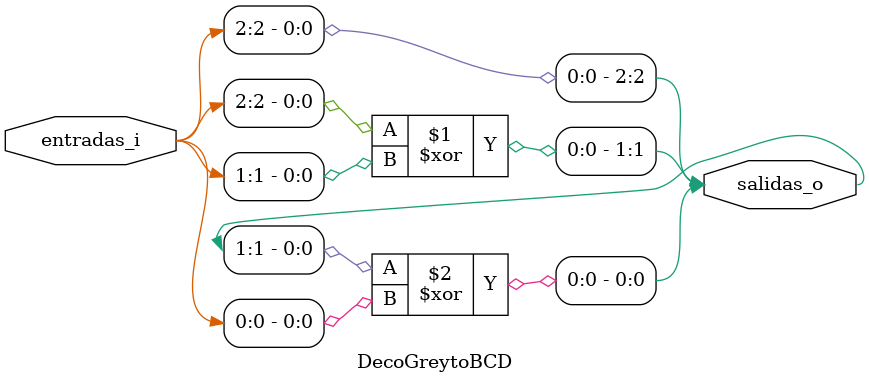
<source format=v>
module DecoGreytoBCD(
	entradas_i,	
	salidas_o 
	);
	input [2:0] entradas_i;
	output [2:0] salidas_o;
	assign salidas_o[2] = entradas_i[2];
	xor xorB(salidas_o[1], entradas_i[2], entradas_i[1]);
	xor xorC(salidas_o[0], salidas_o[1], entradas_i[0]);
endmodule
</source>
